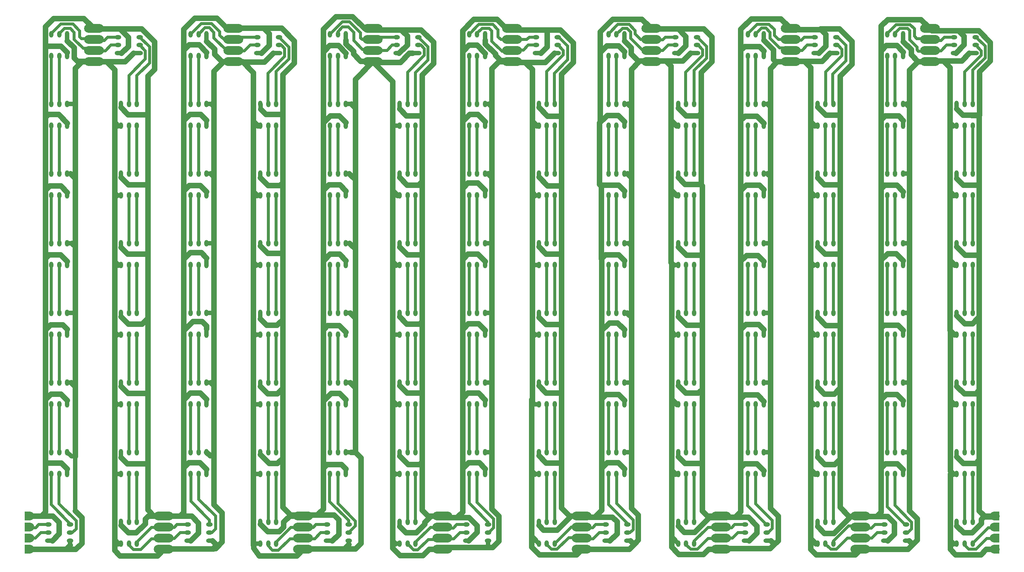
<source format=gtl>
G04 DipTrace 2.4.0.2*
%IN112xAPA102Cx8x14.gtl*%
%MOMM*%
%ADD13C,1.25*%
%ADD14C,1.0*%
%ADD15C,1.27*%
%ADD16C,0.711*%
%ADD19O,1.5X1.0*%
%ADD21O,1.0X1.5*%
%ADD22O,4.5X2.0*%
%ADD23C,2.0*%
%ADD24R,1.25X2.0*%
%FSLAX53Y53*%
G04*
G71*
G90*
G75*
G01*
%LNTop*%
%LPD*%
X11250Y21810D2*
D13*
X10625D1*
X15500Y16150D2*
D14*
X16391D1*
D15*
X17980Y17739D1*
Y20377D1*
X16524Y21832D1*
X13862D1*
X11272D1*
X11250Y21810D1*
X19850Y31500D2*
D14*
Y32651D1*
D15*
X18480Y34021D1*
X15251D1*
X14796Y33566D1*
Y22766D1*
X13862Y21832D1*
X19850Y47500D2*
D14*
Y48397D1*
D15*
X18371Y49876D1*
X16099D1*
X14796Y48574D1*
Y33566D1*
X19850Y63500D2*
D14*
Y64762D1*
D15*
X18797Y65815D1*
X16001D1*
X14796Y64610D1*
Y48574D1*
X19850Y79500D2*
D14*
Y80326D1*
D15*
X18286Y81891D1*
X15650D1*
X14796Y81037D1*
Y64610D1*
X19850Y95500D2*
D14*
Y96186D1*
D15*
X18360Y97676D1*
X15819D1*
X14796Y96653D1*
Y81037D1*
X19850Y111500D2*
D14*
Y112105D1*
D15*
X17837Y114118D1*
X15450D1*
X14796Y113464D1*
Y96653D1*
X19850Y127500D2*
D14*
Y128371D1*
D15*
X18397Y129825D1*
X14796D1*
Y113464D1*
Y129825D2*
Y134265D1*
X16689Y136158D1*
X23652D1*
X26000Y133810D1*
X31500Y128150D2*
D14*
X32293D1*
D15*
X33868Y129725D1*
Y131780D1*
X31894Y133755D1*
X26055D1*
X26000Y133810D1*
X32150Y116500D2*
D14*
Y115708D1*
D15*
X33793Y114065D1*
X38372D1*
Y122927D1*
X39886Y124441D1*
Y130764D1*
X36895Y133755D1*
X31894D1*
X32150Y100500D2*
D14*
Y99626D1*
D15*
X33867Y97909D1*
X38372D1*
Y114065D1*
X32150Y84500D2*
D14*
Y83552D1*
D15*
X33661Y82042D1*
X38372D1*
Y97909D1*
X32150Y68500D2*
D14*
Y67675D1*
D15*
X33875Y65950D1*
X36988D1*
X38372Y67335D1*
Y82042D1*
X32150Y52500D2*
D14*
Y51649D1*
D15*
X33749Y50050D1*
X38372D1*
Y67335D1*
X32150Y36500D2*
D14*
Y35326D1*
D15*
X33641Y33836D1*
X38372D1*
Y50050D1*
X32150Y20500D2*
D14*
Y19685D1*
D15*
X33848Y17987D1*
X35654D1*
X37726Y20059D1*
Y21175D1*
X38417Y21866D1*
X39746D1*
X41944D1*
X42000Y21810D1*
X38372Y33836D2*
Y23239D1*
X39746Y21866D1*
X47500Y16150D2*
D14*
X48144D1*
D15*
X49958Y17964D1*
Y20234D1*
X48386Y21806D1*
X45688D1*
X42004D1*
X42000Y21810D1*
X51850Y31500D2*
D14*
Y32571D1*
D15*
X50281Y34140D1*
X47789D1*
X46543Y32894D1*
Y22661D1*
X45688Y21806D1*
X51850Y47500D2*
D14*
Y48654D1*
D15*
X50394Y50110D1*
X48129D1*
X46543Y48524D1*
Y32894D1*
X51850Y63500D2*
D14*
Y64885D1*
D15*
Y65529D1*
X50811Y66568D1*
X48715D1*
X46543Y64397D1*
Y48524D1*
X51850Y79500D2*
D14*
Y81084D1*
D15*
X50590Y82343D1*
X48053D1*
X46543Y80834D1*
Y64397D1*
X51850Y95500D2*
D14*
Y96307D1*
D15*
X50370Y97788D1*
X47832D1*
X46543Y96498D1*
Y80834D1*
X51850Y111500D2*
D14*
Y112735D1*
D15*
X50428Y114156D1*
X48009D1*
X46543Y112690D1*
Y96498D1*
X51850Y127500D2*
D14*
Y128385D1*
D15*
X50105Y130131D1*
X47811D1*
X46543Y128863D1*
Y112690D1*
X58000Y133810D2*
X56561D1*
X54174Y136197D1*
X49069D1*
X46543Y133672D1*
Y128863D1*
X63500Y128150D2*
D14*
X64400D1*
D15*
X66233Y129983D1*
Y132646D1*
X64975Y133904D1*
X58094D1*
X58000Y133810D1*
X64975Y133904D2*
X69044D1*
X71990Y130958D1*
Y125926D1*
X69302Y123238D1*
Y114150D1*
X65419D1*
X64235Y115334D1*
D14*
Y116415D1*
X64150Y116500D1*
Y100500D2*
Y99538D1*
D15*
X65931Y97756D1*
X68653D1*
X69302Y98405D1*
Y114150D1*
X64150Y84500D2*
D14*
Y83902D1*
D15*
X65838Y82215D1*
X69302D1*
Y98405D1*
X64150Y68500D2*
D14*
Y67156D1*
D15*
X65612Y65694D1*
X68000D1*
X69302Y66995D1*
Y82215D1*
X64150Y52500D2*
D14*
Y51673D1*
D15*
X65873Y49950D1*
X68059D1*
X69302Y51192D1*
Y66995D1*
X64150Y36500D2*
D14*
Y35943D1*
D15*
X66168Y33925D1*
X68088D1*
X69302Y35139D1*
Y51192D1*
X64150Y20500D2*
D14*
Y20007D1*
D15*
X65880Y18277D1*
X68472D1*
X69528Y19333D1*
Y20485D1*
X71160Y22117D1*
X73693D1*
X74000Y21810D1*
X69302Y35139D2*
Y23862D1*
X71354Y21810D1*
X74000D1*
X79500Y16150D2*
D14*
X80699D1*
D15*
X82170Y17622D1*
Y21016D1*
X81122Y22064D1*
X77207D1*
X74254D1*
X74000Y21810D1*
X83850Y31500D2*
D14*
Y32647D1*
D15*
X82786Y33711D1*
X79491D1*
X78612Y32832D1*
Y23469D1*
X77207Y22064D1*
X83850Y47500D2*
D14*
Y48568D1*
D15*
X82411Y50007D1*
X80388D1*
X78612Y48231D1*
Y32832D1*
X83850Y63500D2*
D14*
Y64099D1*
D15*
X82306Y65643D1*
X79623D1*
X78612Y64632D1*
Y48231D1*
X83850Y79500D2*
D14*
Y80523D1*
D15*
X82367Y82006D1*
X80166D1*
X78612Y80452D1*
Y64632D1*
X83850Y95500D2*
D14*
Y96532D1*
D15*
X82456Y97926D1*
X79891D1*
X78612Y96647D1*
Y80452D1*
X83850Y127500D2*
D14*
Y128194D1*
D15*
X82093Y129951D1*
X80113D1*
X78612Y128450D1*
Y112133D1*
Y96647D1*
X83850Y111500D2*
D14*
Y112257D1*
D15*
X82291Y113816D1*
X80295D1*
X78612Y112133D1*
X90000Y133810D2*
X88133D1*
X85360Y136583D1*
X81499D1*
X78612Y133696D1*
Y128450D1*
X95500Y128150D2*
D14*
X96031D1*
D15*
X97931Y130050D1*
Y132129D1*
X96545Y133515D1*
X90295D1*
X90000Y133810D1*
X96150Y116500D2*
D14*
Y115399D1*
D15*
X97733Y113816D1*
X101351D1*
Y123211D1*
X103935Y125796D1*
Y130678D1*
X101099Y133515D1*
X96545D1*
X96150Y100500D2*
D14*
Y99619D1*
D15*
X97898Y97872D1*
X100513D1*
X101351Y98709D1*
Y113816D1*
X96150Y84500D2*
D14*
Y83647D1*
D15*
X97925Y81872D1*
X101351D1*
Y98709D1*
X96150Y68500D2*
D14*
Y67631D1*
D15*
X97824Y65957D1*
X100763D1*
X101351Y66546D1*
Y81872D1*
X96150Y52500D2*
D14*
Y51775D1*
D15*
X97838Y50087D1*
X101351D1*
Y66546D1*
X96150Y36500D2*
D14*
Y35661D1*
D15*
X98089Y33722D1*
X100760D1*
X101351Y34313D1*
Y50087D1*
Y34313D2*
Y23177D1*
X102718Y21810D1*
X106000D1*
X96150Y20500D2*
D14*
Y19454D1*
D15*
X97580Y18024D1*
X100007D1*
X101939Y19956D1*
Y20405D1*
X103377Y21843D1*
X105967D1*
X106000Y21810D1*
X111500Y16150D2*
D14*
X111986D1*
D15*
X113965Y18129D1*
Y19612D1*
X112098Y21479D1*
X109296D1*
X106331D1*
X106000Y21810D1*
X115850Y31500D2*
D14*
Y32693D1*
D15*
X114438Y34105D1*
X111993D1*
X110618Y32730D1*
Y22800D1*
X109296Y21479D1*
X115850Y47500D2*
D14*
Y48536D1*
D15*
X114268Y50117D1*
X111851D1*
X110618Y48884D1*
Y32730D1*
X115850Y63500D2*
D14*
Y64469D1*
D15*
X114268Y66050D1*
X111961D1*
X110618Y64707D1*
Y48884D1*
X115850Y79500D2*
D14*
Y80326D1*
D15*
X114112Y82064D1*
X111880D1*
X110618Y80802D1*
Y64707D1*
X115850Y95500D2*
D14*
Y96649D1*
D15*
X114112Y98386D1*
X111880D1*
X110618Y97125D1*
Y80802D1*
X115850Y111500D2*
D14*
Y112413D1*
D15*
X114112Y114151D1*
X112298D1*
X110618Y112471D1*
Y97125D1*
X115850Y127500D2*
D14*
Y128073D1*
D15*
X113921Y130002D1*
X112100D1*
X110618Y128520D1*
Y112471D1*
X122000Y133810D2*
X120638D1*
X118501Y135947D1*
X113209D1*
X110618Y133355D1*
Y128520D1*
X127500Y128150D2*
D14*
X128565D1*
D15*
X130012Y129597D1*
Y133544D1*
X122266D1*
X122000Y133810D1*
X128150Y116500D2*
D14*
Y115704D1*
D15*
X130152Y113702D1*
X133347D1*
Y123349D1*
X136051Y126054D1*
Y130549D1*
X133056Y133544D1*
X130012D1*
X128150Y100500D2*
D14*
Y99693D1*
D15*
X130146Y97696D1*
X133347D1*
Y113702D1*
X128150Y84500D2*
D14*
Y83685D1*
D15*
X129774Y82060D1*
X133347D1*
Y80348D1*
Y97696D1*
X128150Y68500D2*
D14*
Y67477D1*
D15*
X129774Y65852D1*
X133347D1*
Y64732D1*
Y80348D1*
X128150Y52500D2*
D14*
Y51830D1*
D15*
X129827Y50153D1*
X133347D1*
Y64732D1*
X128150Y36500D2*
D14*
Y35707D1*
D15*
X129827Y34031D1*
X133347D1*
Y50153D1*
Y34031D2*
Y23711D1*
X135248Y21810D1*
X138000D1*
X128150Y20500D2*
D14*
Y19687D1*
D15*
X129235Y18602D1*
X132325D1*
X135534Y21811D1*
X137999D1*
X138000Y21810D1*
X143500Y16150D2*
D14*
X144476D1*
D15*
X146093Y17767D1*
Y20561D1*
X145061Y21592D1*
X140995D1*
X138218D1*
X138000Y21810D1*
X147850Y31500D2*
D14*
Y32635D1*
D15*
X146375Y34110D1*
X143876D1*
X142573Y32806D1*
Y23170D1*
X140995Y21592D1*
X147850Y47500D2*
D14*
Y48406D1*
D15*
X146467Y49789D1*
X143601D1*
X142573Y48761D1*
Y32806D1*
X147850Y63500D2*
D14*
Y64643D1*
D15*
X146254Y66239D1*
X144344D1*
X142573Y64467D1*
Y48761D1*
X147850Y79500D2*
D14*
Y80522D1*
D15*
X146488Y81884D1*
X143439D1*
X142573Y81019D1*
Y64467D1*
X147850Y95500D2*
D14*
Y96510D1*
D15*
X146488Y97872D1*
X142515D1*
Y97726D1*
Y80961D1*
X147850Y111500D2*
D14*
Y112392D1*
D15*
X146361Y113881D1*
X143847D1*
X142102Y112136D1*
Y98069D1*
X142445Y97726D1*
X147850Y127500D2*
D14*
Y128491D1*
D15*
X146500Y129841D1*
X143778D1*
X142242Y128305D1*
Y112457D1*
X142102Y112136D1*
X142242Y128305D2*
Y133104D1*
X145123Y135985D1*
X151825D1*
X154000Y133810D1*
X159500Y128150D2*
D14*
X160213D1*
D15*
X161920Y129857D1*
Y132009D1*
X160208Y133721D1*
X154089D1*
X154000Y133810D1*
X160150Y116500D2*
D14*
Y115588D1*
D15*
X161964Y113774D1*
X164840D1*
X165447Y114382D1*
Y123790D1*
X167873Y126215D1*
Y131916D1*
X166059Y133731D1*
X160457D1*
X160208Y133721D1*
X160150Y100500D2*
D14*
Y99608D1*
D15*
X161752Y98006D1*
X165447D1*
Y114382D1*
X160150Y84500D2*
D14*
Y83680D1*
D15*
X162032Y81798D1*
X165662D1*
Y97663D1*
X165447Y98006D1*
X160150Y68500D2*
D14*
Y67675D1*
D15*
X162122Y65703D1*
X165662D1*
Y81798D1*
X160150Y52500D2*
D14*
Y51812D1*
D15*
X161876Y50085D1*
X164795D1*
X165662Y50953D1*
Y65703D1*
X160150Y36500D2*
D14*
Y35496D1*
D15*
X161694Y33952D1*
X165662D1*
Y50953D1*
Y33952D2*
Y23006D1*
X166858Y21810D1*
X170000D1*
X160150Y20500D2*
D14*
Y19537D1*
D15*
X161565Y18122D1*
X163889D1*
X167263Y21496D1*
X169686D1*
X170000Y21810D1*
X175500Y16150D2*
D14*
X176474D1*
D15*
X178235Y17911D1*
Y19560D1*
X176257Y21539D1*
X173201D1*
X170271D1*
X170000Y21810D1*
X179850Y31500D2*
D14*
Y32210D1*
D15*
X178235Y33825D1*
X175432D1*
X174516Y32909D1*
Y22854D1*
X173201Y21539D1*
X179850Y47500D2*
D14*
Y48206D1*
D15*
X178400Y49655D1*
X175403D1*
X174516Y48769D1*
Y32909D1*
X179850Y63500D2*
D14*
Y64652D1*
D15*
X178617Y65885D1*
X175720D1*
X174516Y64681D1*
Y48769D1*
X179850Y79500D2*
D14*
Y80380D1*
D15*
X178514Y81716D1*
X175833D1*
X174516Y80400D1*
Y64681D1*
X179850Y95500D2*
D14*
Y96851D1*
D15*
X178821Y97880D1*
X175761D1*
X174516Y96636D1*
Y80400D1*
X179850Y111500D2*
D14*
Y112060D1*
D15*
X178191Y113720D1*
X175491D1*
X174516Y112745D1*
Y96636D1*
X179850Y127500D2*
D14*
Y128662D1*
D15*
X178776Y129736D1*
X175428D1*
X174516Y128825D1*
Y112745D1*
Y128825D2*
Y133675D1*
X176931Y136090D1*
X183720D1*
X186000Y133810D1*
X191500Y128150D2*
D14*
X192424D1*
D15*
X194079Y129805D1*
Y132469D1*
X192917Y133630D1*
X186180D1*
X186000Y133810D1*
X192150Y116500D2*
D14*
Y115816D1*
D15*
X194011Y113955D1*
X197339D1*
Y112918D1*
Y122915D1*
X200040Y125617D1*
Y130916D1*
X197168Y133789D1*
X192849D1*
X192917Y133630D1*
X192150Y100500D2*
D14*
Y99553D1*
D15*
X193744Y97959D1*
X197339D1*
Y112918D1*
X192150Y84500D2*
D14*
Y83726D1*
D15*
X193848Y82027D1*
X197339D1*
Y97959D1*
X192150Y68500D2*
D14*
Y67543D1*
D15*
X194084Y65608D1*
X197339D1*
Y82027D1*
X192150Y52500D2*
D14*
Y51478D1*
D15*
X193730Y49898D1*
X195974D1*
X197339Y51263D1*
Y65608D1*
X192150Y36500D2*
D14*
Y35398D1*
D15*
X193835Y33712D1*
X196100D1*
X197339Y34951D1*
Y51263D1*
Y34951D2*
Y23849D1*
X199411Y21777D1*
X201967D1*
X202000Y21810D1*
X192150Y20500D2*
D14*
Y19456D1*
D15*
X193748Y17857D1*
X195938D1*
X199635Y21554D1*
X199411Y21777D1*
X207500Y16150D2*
D14*
X208318D1*
D15*
X209811Y17643D1*
Y20192D1*
X208271Y21732D1*
X205702D1*
X202078D1*
X202000Y21810D1*
X211850Y31500D2*
D14*
Y32467D1*
D15*
X210467Y33850D1*
X207761D1*
X206776Y32865D1*
Y22805D1*
X205702Y21732D1*
X211850Y47500D2*
D14*
Y48332D1*
D15*
X210434Y49749D1*
X207968D1*
X206776Y48557D1*
Y32865D1*
X211850Y63500D2*
D14*
Y64518D1*
D15*
X210638Y65730D1*
X207400D1*
X206776Y65107D1*
Y48557D1*
X211850Y79500D2*
D14*
Y80466D1*
D15*
X210202Y82114D1*
X208237D1*
X206776Y80654D1*
Y65107D1*
X211850Y95500D2*
D14*
Y96336D1*
D15*
X210360Y97826D1*
X207596D1*
X206776Y97006D1*
Y80654D1*
X211850Y111500D2*
D14*
Y112714D1*
D15*
X210820Y113743D1*
X207697D1*
X206776Y112823D1*
Y97006D1*
X211850Y127500D2*
D14*
Y128463D1*
D15*
X210401Y129912D1*
X207972D1*
X206776Y128716D1*
Y112823D1*
Y128716D2*
Y134413D1*
X208260Y135896D1*
X215914D1*
X218000Y133810D1*
X223500Y128150D2*
D14*
X223901D1*
D15*
X225842Y130091D1*
Y132054D1*
X224547Y133349D1*
X218461D1*
X218000Y133810D1*
X224150Y116500D2*
D14*
Y115371D1*
D15*
X225530Y113990D1*
X229399D1*
Y123972D1*
X231850Y126423D1*
Y130672D1*
X229173Y133349D1*
X224547D1*
X224150Y100500D2*
D14*
Y99379D1*
D15*
X225650Y97880D1*
X229315D1*
Y113848D1*
X225530Y113990D1*
X224150Y84500D2*
D14*
Y83727D1*
D15*
X226061Y81816D1*
X229315D1*
Y97880D1*
X224150Y68500D2*
D14*
Y67857D1*
D15*
X225968Y66039D1*
X227720D1*
X229315Y67634D1*
Y81816D1*
X224150Y52500D2*
D14*
Y51652D1*
D15*
X225858Y49943D1*
X228486D1*
X229315Y50772D1*
Y67634D1*
X224150Y36500D2*
D14*
Y35427D1*
D15*
X225659Y33918D1*
X228471D1*
X229315Y34761D1*
Y50772D1*
Y34761D2*
Y23059D1*
X230563Y21810D1*
X232750D1*
X233375D2*
D13*
X232750D1*
X224150Y20500D2*
D14*
Y19577D1*
D15*
X225692Y18036D1*
X227694D1*
X229770Y20112D1*
Y21113D1*
X230289Y21632D1*
X232236D1*
X232750Y21810D1*
X20500Y19850D2*
D16*
Y20085D1*
X16161Y24424D1*
Y31489D1*
X16150Y31500D1*
X20500Y18000D2*
X21016D1*
X21891Y18876D1*
Y20695D1*
X17980Y24606D1*
Y31480D1*
X18000Y31500D1*
X138000Y19270D2*
X135620D1*
X131850Y15500D1*
X143500Y19850D2*
X141256D1*
X140548Y19142D1*
X138128D1*
X138000Y19270D1*
X130000Y15500D2*
Y15282D1*
X131088Y14194D1*
X132373D1*
X134999Y16820D1*
X137910D1*
X138000Y16730D1*
X143500Y18000D2*
X142028D1*
X140634Y16606D1*
X138124D1*
X138000Y16730D1*
X16150Y36500D2*
Y47500D1*
X18000D2*
Y36500D1*
X16150Y52500D2*
Y63500D1*
X18000D2*
Y52500D1*
X16150Y79500D2*
Y68500D1*
X18000D2*
Y79500D1*
X16150Y84500D2*
Y95500D1*
X18000Y84500D2*
Y95500D1*
X16150Y100500D2*
Y111500D1*
X18000Y100500D2*
Y111500D1*
X16150Y116500D2*
Y127500D1*
X18000Y116500D2*
Y127500D1*
X35850Y116500D2*
Y123005D1*
X38737Y125892D1*
Y129613D1*
X36500Y131850D1*
X34000Y116500D2*
Y122991D1*
X37791Y126782D1*
Y128709D1*
X36500Y130000D1*
X99850Y15500D2*
Y15800D1*
X103287Y19237D1*
X105967D1*
X106000Y19270D1*
X111500Y19850D2*
X109317D1*
X108529Y19063D1*
X106207D1*
X106000Y19270D1*
X98000Y15500D2*
Y15447D1*
X99422Y14024D1*
X100321D1*
X102748Y16451D1*
X105721D1*
X106000Y16730D1*
X111500Y18000D2*
X110047D1*
X108639Y16592D1*
X106138D1*
X106000Y16730D1*
X35850Y100500D2*
Y111500D1*
X34000D2*
Y100500D1*
X35850Y95500D2*
Y84500D1*
X34000D2*
Y95500D1*
X35850Y68500D2*
Y79500D1*
X34000D2*
Y68500D1*
X35850Y52500D2*
Y63500D1*
X34000D2*
Y52500D1*
X35850Y36500D2*
Y47500D1*
X34000D2*
Y36500D1*
X35850Y31500D2*
Y20500D1*
X34000D2*
Y31500D1*
X52500Y19850D2*
Y20935D1*
X48242Y25192D1*
Y31408D1*
X48150Y31500D1*
X52500Y18000D2*
X53056D1*
X53905Y18850D1*
Y21794D1*
X50054Y25645D1*
Y31446D1*
X50000Y31500D1*
X148500Y19850D2*
Y20158D1*
X144216Y24442D1*
Y31434D1*
X144150Y31500D1*
X48150Y47500D2*
Y36500D1*
X50000D2*
Y47500D1*
X48150Y63500D2*
Y52500D1*
X50000D2*
Y63500D1*
X48150Y68500D2*
Y79500D1*
X50000Y68500D2*
Y79500D1*
X48150Y84500D2*
Y95500D1*
X50000Y84500D2*
Y95500D1*
X48150Y100500D2*
Y111500D1*
X50000Y100500D2*
Y111500D1*
X48150Y116500D2*
Y127500D1*
X50000Y116500D2*
Y127500D1*
X67850Y116500D2*
Y123906D1*
X70783Y126839D1*
Y129567D1*
X68500Y131850D1*
Y130000D2*
X69027D1*
X69800Y129227D1*
Y127410D1*
X65937Y123546D1*
Y116563D1*
X66000Y116500D1*
X148500Y18000D2*
X149100D1*
X149820Y18720D1*
Y20908D1*
X146013Y24715D1*
Y31487D1*
X146000Y31500D1*
X144150Y36500D2*
Y47500D1*
X67850Y100500D2*
Y111500D1*
X66000D2*
Y100500D1*
X67850Y95500D2*
Y84500D1*
X66000D2*
Y95500D1*
X67850Y68500D2*
Y79500D1*
X66000D2*
Y68500D1*
X67850Y52500D2*
Y63500D1*
X66000D2*
Y52500D1*
X67850Y47500D2*
Y36500D1*
X66000D2*
Y47500D1*
X67850Y20500D2*
Y31500D1*
X66000D2*
Y20500D1*
X84500Y19850D2*
Y20786D1*
X80114Y25171D1*
Y31464D1*
X80150Y31500D1*
X82000D2*
Y24693D1*
X86025Y20668D1*
Y19525D1*
X84500Y18000D1*
X146000Y36500D2*
Y47500D1*
X144150Y63500D2*
Y52500D1*
X80150Y47500D2*
Y36500D1*
X82000D2*
Y47500D1*
X80150Y52500D2*
Y63500D1*
X82000D2*
Y52500D1*
X80150Y79500D2*
Y68500D1*
X82000D2*
Y79500D1*
X80150Y84500D2*
Y95500D1*
X82000D2*
Y84500D1*
X80150Y111500D2*
Y100500D1*
X82000D2*
Y111500D1*
X80150Y116500D2*
Y127500D1*
X82000Y116500D2*
Y127500D1*
X99850Y116500D2*
Y123654D1*
X102727Y126531D1*
Y129623D1*
X100500Y131850D1*
Y130000D2*
X101050D1*
X101851Y129198D1*
Y127635D1*
X98030Y123814D1*
Y116530D1*
X98000Y116500D1*
X146000Y52500D2*
Y63500D1*
X144150Y79500D2*
Y68500D1*
X99850Y111500D2*
Y100500D1*
X98000D2*
Y111500D1*
X99850Y95500D2*
Y84500D1*
X98000D2*
Y95500D1*
X99850Y68500D2*
Y79500D1*
X98000Y68500D2*
Y79500D1*
X99850Y52500D2*
Y63500D1*
X98000Y52500D2*
Y63500D1*
X99850Y36500D2*
Y47500D1*
X98000Y36500D2*
Y47500D1*
X99850Y20500D2*
Y31500D1*
X98000Y20500D2*
Y31500D1*
X116500Y19850D2*
Y20431D1*
X112146Y24785D1*
Y31496D1*
X112150Y31500D1*
X116500Y18000D2*
X116667D1*
X117783Y19116D1*
Y21134D1*
X113979Y24938D1*
Y31479D1*
X114000Y31500D1*
X146000Y68500D2*
Y79500D1*
X144150Y84500D2*
Y95500D1*
X112150Y47500D2*
Y36500D1*
X114000D2*
Y47500D1*
X112150Y52500D2*
Y63500D1*
X114000Y52500D2*
Y63500D1*
X112150Y68500D2*
Y79500D1*
X114000Y68500D2*
Y79500D1*
X112150Y84500D2*
Y95500D1*
X114000Y84500D2*
Y95500D1*
X112150Y100500D2*
Y111500D1*
X114000Y100500D2*
Y111500D1*
X112150Y116500D2*
Y127500D1*
X114000D2*
Y116500D1*
X132500Y131850D2*
X132750D1*
X134801Y129799D1*
Y126649D1*
X131702Y123550D1*
Y116648D1*
X131850Y116500D1*
X132500Y130000D2*
X132601D1*
X133802Y128799D1*
Y127749D1*
X129952Y123900D1*
Y116548D1*
X130000Y116500D1*
X122000Y131270D2*
X119433D1*
X118779Y131924D1*
Y133544D1*
X117566Y134756D1*
X114406D1*
X112150Y132500D1*
X127500Y131850D2*
X125978D1*
X125396Y131268D1*
X122002D1*
X122000Y131270D1*
X114000Y132500D2*
Y132712D1*
X115143Y133854D1*
X116748D1*
X117362Y133240D1*
Y130912D1*
X119690Y128585D1*
X121855D1*
X122000Y128730D1*
X127500Y130000D2*
X125745D1*
X124633Y128887D1*
X122157D1*
X122000Y128730D1*
X131850Y100500D2*
Y111500D1*
X130000D2*
Y100500D1*
X131850Y84500D2*
Y95500D1*
X130000D2*
Y84500D1*
X131850Y68500D2*
Y79500D1*
X130000Y68500D2*
Y79500D1*
X131850Y52500D2*
Y63500D1*
X130000D2*
Y52500D1*
X131850Y36500D2*
Y47500D1*
X130000D2*
Y36500D1*
X131850Y20500D2*
Y31500D1*
X130000D2*
Y20500D1*
X18000Y132500D2*
Y132634D1*
X19201Y133835D1*
X20531D1*
X21458Y132908D1*
Y131337D1*
X23513Y129282D1*
X25448D1*
X26000Y128730D1*
X31500Y130000D2*
X29912D1*
X28590Y128678D1*
X26052D1*
X26000Y128730D1*
X16150Y132500D2*
Y132637D1*
X18355Y134843D1*
X21136D1*
X22707Y133271D1*
Y131861D1*
X23070Y131498D1*
X25772D1*
X26000Y131270D1*
X31500Y131850D2*
X29143D1*
X28388Y131095D1*
X26175D1*
X26000Y131270D1*
X58000D2*
X55846D1*
X54840Y132276D1*
Y133090D1*
X52990Y134939D1*
X50590D1*
X48150Y132500D1*
X63500Y131850D2*
X58580D1*
X58000Y131270D1*
Y128730D2*
X56462D1*
X53508Y131684D1*
Y132942D1*
X52472Y133978D1*
X51478D1*
X50000Y132500D1*
X63500Y130000D2*
X61885D1*
X60536Y128651D1*
X58079D1*
X58000Y128730D1*
X82000Y132500D2*
Y133125D1*
X83083Y134208D1*
X84370D1*
X85657Y132921D1*
Y131040D1*
X87636Y129060D1*
X89670D1*
X90000Y128730D1*
X95500Y130000D2*
X94515D1*
X93279Y128763D1*
X90033D1*
X90000Y128730D1*
Y131270D2*
X87604D1*
X87240Y131634D1*
Y132822D1*
X84667Y135396D1*
X83046D1*
X80150Y132500D1*
X95500Y131850D2*
X90580D1*
X90000Y131270D1*
X35850Y15500D2*
Y15846D1*
X39214Y19209D1*
X41939D1*
X42000Y19270D1*
X47500Y19850D2*
X45077D1*
X44457Y19230D1*
X42040D1*
X42000Y19270D1*
X34000Y15500D2*
Y15179D1*
X35017Y14162D1*
X36770D1*
X39214Y16606D1*
X41876D1*
X42000Y16730D1*
X47500Y18000D2*
X45803D1*
X44457Y16654D1*
X42076D1*
X42000Y16730D1*
X67850Y15500D2*
Y15830D1*
X71239Y19219D1*
X73949D1*
X74000Y19270D1*
X79500Y19850D2*
X76961D1*
X76331Y19219D1*
X74051D1*
X74000Y19270D1*
X66000Y15500D2*
Y14975D1*
X66997Y13978D1*
X68344D1*
X70990Y16624D1*
X73894D1*
X74000Y16730D1*
X79500Y18000D2*
X78056D1*
X76680Y16624D1*
X74106D1*
X74000Y16730D1*
X146000Y84500D2*
Y95500D1*
X144150Y100500D2*
Y111500D1*
X146000D2*
Y100500D1*
X144150Y116500D2*
Y127500D1*
X146000Y116500D2*
Y127500D1*
X164500Y131850D2*
X164553D1*
X166681Y129721D1*
Y126997D1*
X163860Y124176D1*
Y116510D1*
X163850Y116500D1*
X164500Y130000D2*
X164771D1*
X165807Y128964D1*
Y127649D1*
X161913Y123755D1*
Y116587D1*
X162000Y116500D1*
X226000Y15500D2*
Y15128D1*
X226925Y14203D1*
X228601D1*
X231089Y16692D1*
X232712D1*
X232750Y16730D1*
X233375D1*
X227850Y15500D2*
Y15586D1*
X231394Y19130D1*
X232610D1*
X232750Y19270D1*
X233375D1*
X163850Y100500D2*
Y111500D1*
X162000D2*
Y100500D1*
X163850Y84500D2*
Y95500D1*
X162000Y84500D2*
Y95500D1*
X163850Y68500D2*
Y79500D1*
X162000D2*
Y68500D1*
X163850Y52500D2*
Y63500D1*
X162000D2*
Y52500D1*
X163850Y36500D2*
Y47500D1*
X162000D2*
Y36500D1*
X163850Y31500D2*
Y20500D1*
X162000D2*
Y31500D1*
X180500Y19850D2*
X180419D1*
X176092Y24178D1*
Y31442D1*
X176150Y31500D1*
X180500Y18000D2*
X180880D1*
X181796Y18916D1*
Y20782D1*
X177988Y24590D1*
Y31488D1*
X178000Y31500D1*
X176150Y36500D2*
Y47500D1*
X178000D2*
Y36500D1*
X176150Y52500D2*
Y63500D1*
X178000D2*
Y52500D1*
X176150Y79500D2*
Y68500D1*
X178000D2*
Y79500D1*
X176150Y84500D2*
Y95500D1*
X178000D2*
Y84500D1*
X176150Y100500D2*
Y111500D1*
X178000D2*
Y100500D1*
X176150Y116500D2*
Y127500D1*
X178000D2*
Y116500D1*
X196500Y131850D2*
X196884D1*
X198745Y129989D1*
Y126409D1*
X195650Y123315D1*
Y116700D1*
X195850Y116500D1*
X196500Y130000D2*
X196821D1*
X197798Y129023D1*
Y127580D1*
X194079Y123861D1*
Y116579D1*
X194000Y116500D1*
X195850Y100500D2*
Y111500D1*
X194000Y100500D2*
Y111500D1*
X195850Y84500D2*
Y95500D1*
X194000D2*
Y84500D1*
X195850Y79500D2*
Y68500D1*
X194000D2*
Y79500D1*
X195850Y52500D2*
Y63500D1*
X194000D2*
Y52500D1*
X195850Y47500D2*
Y36500D1*
X194000D2*
Y47500D1*
X195850Y31500D2*
Y20500D1*
X194000D2*
Y31500D1*
X212500Y19850D2*
X212262D1*
X208154Y23957D1*
Y31496D1*
X208150Y31500D1*
X212500Y18000D2*
X212926D1*
X213795Y18870D1*
Y20433D1*
X209975Y24253D1*
Y31475D1*
X210000Y31500D1*
X208150Y36500D2*
Y47500D1*
X210000D2*
Y36500D1*
X208150Y63500D2*
Y52500D1*
X210000D2*
Y63500D1*
X208150Y68500D2*
Y79500D1*
X210000D2*
Y68500D1*
X208150Y95500D2*
Y84500D1*
X210000D2*
Y95500D1*
X208150Y100500D2*
Y111500D1*
X210000D2*
Y100500D1*
X208150Y116500D2*
Y127500D1*
X210000D2*
Y116500D1*
X228500Y131850D2*
X228591D1*
X230672Y129769D1*
Y127100D1*
X227846Y124274D1*
Y116504D1*
X227850Y116500D1*
X228500Y130000D2*
X229809Y128691D1*
Y127650D1*
X226001Y123842D1*
Y116501D1*
X226000Y116500D1*
X227850Y100500D2*
Y111500D1*
X226000D2*
Y100500D1*
X227850Y84500D2*
Y95500D1*
X226000D2*
Y84500D1*
X227850Y68500D2*
Y79500D1*
X226000D2*
Y68500D1*
X227850Y63500D2*
Y52500D1*
X226000D2*
Y63500D1*
X227850Y36500D2*
Y47500D1*
X226000Y36500D2*
Y47500D1*
X227850Y20500D2*
Y31500D1*
X226000D2*
Y20500D1*
X11250Y16730D2*
X10625D1*
X15500Y18000D2*
X13830D1*
X12568Y16738D1*
X11258D1*
X11250Y16730D1*
Y19270D2*
X10625D1*
X15500Y19850D2*
X13315D1*
X12613Y19149D1*
X11371D1*
X11250Y19270D1*
X154000Y128730D2*
X152092D1*
X149278Y131544D1*
Y133011D1*
X148422Y133867D1*
X147367D1*
X146000Y132500D1*
X159500Y130000D2*
X157877D1*
X156652Y128774D1*
X154044D1*
X154000Y128730D1*
X144150Y132500D2*
Y132609D1*
X146304Y134763D1*
X148911D1*
X150296Y133378D1*
Y132563D1*
X151559Y131300D1*
X153970D1*
X154000Y131270D1*
X159500Y131850D2*
X157242D1*
X156652Y131259D1*
X154011D1*
X176150Y132500D2*
Y132644D1*
X178298Y134792D1*
X181030D1*
X182260Y133562D1*
Y132264D1*
X183216Y131308D1*
X185962D1*
X186000Y131270D1*
X191500Y131850D2*
X189156D1*
X188477Y131171D1*
X186099D1*
X186000Y131270D1*
X178000Y132500D2*
Y132581D1*
X179322Y133904D1*
X180347D1*
X181303Y132947D1*
Y131581D1*
X183490Y129395D1*
X185335D1*
X186000Y128730D1*
X191500Y130000D2*
X189834D1*
X188613Y128780D1*
X186050D1*
X186000Y128730D1*
X210000Y132500D2*
Y132778D1*
X211032Y133809D1*
X212870D1*
X213333Y133346D1*
Y131222D1*
X215009Y129547D1*
Y128906D1*
X215344Y128571D1*
X217841D1*
X218000Y128730D1*
X223500Y130000D2*
X221825D1*
X220537Y128712D1*
X218018D1*
X218000Y128730D1*
X208150Y132500D2*
Y132687D1*
X210185Y134722D1*
X213465D1*
X214451Y133737D1*
Y132029D1*
X214977Y131503D1*
X217767D1*
X218000Y131270D1*
X223500Y131850D2*
X221336D1*
X220579Y131093D1*
X218177D1*
X218000Y131270D1*
X163850Y15500D2*
Y16058D1*
X167038Y19246D1*
X169976D1*
X170000Y19270D1*
X175500Y19850D2*
X173166D1*
X172464Y19148D1*
X170122D1*
X170000Y19270D1*
X162000Y15500D2*
Y15265D1*
X163064Y14201D1*
X164548D1*
X167022Y16674D1*
X169944D1*
X170000Y16730D1*
X175500Y18000D2*
X173872D1*
X172629Y16757D1*
X170027D1*
X170000Y16730D1*
X195850Y15500D2*
Y16039D1*
X199324Y19512D1*
X201758D1*
X202000Y19270D1*
X207500Y19850D2*
X205381D1*
X204554Y19023D1*
X202247D1*
X202000Y19270D1*
X194000Y15500D2*
Y15428D1*
X195215Y14213D1*
X196550D1*
X199062Y16725D1*
X201995D1*
X202000Y16730D1*
X207500Y18000D2*
X205920D1*
X204660Y16740D1*
X202010D1*
X11250Y14190D2*
D13*
X10625D1*
X20500Y16150D2*
D14*
Y15119D1*
D15*
X19572Y14191D1*
X11251D1*
X11250Y14190D1*
X19572Y14191D2*
X21755D1*
X23165Y15601D1*
Y21511D1*
X21649Y23027D1*
D14*
Y35521D1*
X20829D1*
X19850Y36500D1*
Y52500D2*
X20735D1*
D15*
X21649Y51587D1*
Y35521D1*
X19850Y68500D2*
D14*
X21649D1*
D15*
Y51587D1*
X19850Y84500D2*
D14*
X20947D1*
D15*
X21649Y83799D1*
Y68500D1*
X19850Y100500D2*
D14*
X20545D1*
D15*
X21649Y99396D1*
Y83799D1*
X19850Y116500D2*
D14*
X21649D1*
D15*
Y99396D1*
Y116500D2*
Y124680D1*
X23159Y126190D1*
X26000D1*
X19850Y132500D2*
D14*
Y130970D1*
D15*
X21418Y129403D1*
Y127106D1*
X22183Y126341D1*
X25849D1*
X26000Y126190D1*
X36500Y128150D2*
D14*
X35033D1*
D15*
X33103Y126220D1*
X28838D1*
X26030D1*
X26000Y126190D1*
X32150Y111500D2*
D14*
X31419D1*
D15*
X30699Y112219D1*
Y124359D1*
X28838Y126220D1*
X32150Y95500D2*
D14*
X31208D1*
D15*
X30699Y96009D1*
Y112219D1*
X32150Y79500D2*
D14*
X31463D1*
D15*
X30699Y80263D1*
Y96009D1*
X32150Y63500D2*
D14*
X31225D1*
D15*
X30699Y64026D1*
Y80263D1*
X32150Y47500D2*
D14*
X31167D1*
D15*
X30699Y47968D1*
Y64026D1*
X32150Y31500D2*
D14*
X30699D1*
D15*
Y47968D1*
X32150Y15500D2*
D14*
X31501D1*
D15*
X30699Y16302D1*
Y31500D1*
Y16302D2*
Y13945D1*
X31916Y12728D1*
X40538D1*
X42000Y14190D1*
X52500Y16150D2*
D14*
X53169D1*
D15*
X54149Y15170D1*
X53276Y14296D1*
X42106D1*
X42000Y14190D1*
X53276Y14296D2*
X53888Y14415D1*
X55378Y15905D1*
Y22622D1*
X53529Y24471D1*
Y35697D1*
X52653D1*
X51850Y36500D1*
Y52500D2*
D14*
X52863D1*
D15*
X53529Y51835D1*
Y35697D1*
X51850Y68500D2*
D14*
X53529D1*
D15*
Y51835D1*
X51850Y84500D2*
D14*
X53529D1*
D15*
Y68500D1*
X51850Y100500D2*
D14*
X52869D1*
D15*
X53529Y99841D1*
Y84500D1*
X51850Y116500D2*
D14*
X53033D1*
D15*
X53529Y116004D1*
Y99841D1*
Y116004D2*
Y124035D1*
X55684Y126190D1*
X58000D1*
X51850Y132500D2*
D14*
Y130901D1*
D15*
X53656Y129095D1*
Y127911D1*
X55358Y126210D1*
X57980D1*
X58000Y126190D1*
X64150Y111500D2*
D14*
X63557D1*
D15*
X62568Y112489D1*
Y123729D1*
X60107Y126190D1*
X58000D1*
X68500Y128150D2*
D14*
X67138D1*
D15*
X65123Y126136D1*
X58054D1*
X58000Y126190D1*
X64150Y95500D2*
D14*
X63372D1*
D15*
X62568Y96304D1*
Y112489D1*
X64150Y79500D2*
D14*
X63122D1*
D15*
X62568Y80054D1*
Y96304D1*
X64150Y63500D2*
D14*
X63022D1*
D15*
X62568Y63954D1*
Y80054D1*
X64150Y47500D2*
D14*
X62568D1*
D15*
Y63954D1*
X64150Y31500D2*
D14*
X62568D1*
D15*
Y47500D1*
X64150Y15500D2*
D14*
X62568D1*
D15*
Y31500D1*
Y15500D2*
X62610Y14504D1*
X63902Y12730D1*
X72540D1*
X74000Y14190D1*
X84500Y16150D2*
D14*
Y15309D1*
D15*
X83468Y14278D1*
X74088D1*
X74000Y14190D1*
X83850Y36500D2*
D14*
X84985D1*
D15*
X86040D1*
X87290Y35249D1*
Y15585D1*
X85984Y14278D1*
X83468D1*
X83850Y52500D2*
D14*
X84802D1*
D15*
X86040Y51262D1*
Y36500D1*
X83850Y68500D2*
D14*
X84849D1*
D15*
X86040Y67309D1*
Y51262D1*
X83850Y84500D2*
D14*
X84693D1*
D15*
X85993Y83199D1*
Y67625D1*
X86040Y67309D1*
X83850Y100500D2*
D14*
X84617D1*
D15*
X85993Y99124D1*
Y83199D1*
X83850Y116500D2*
D14*
X85052D1*
D15*
X85993Y115558D1*
Y99124D1*
Y115558D2*
Y122183D1*
X90000Y126190D1*
X83850Y132500D2*
D14*
Y131115D1*
D15*
Y130273D1*
X85558Y128565D1*
Y127972D1*
X87240Y126289D1*
X89901D1*
X90000Y126190D1*
X100500Y128150D2*
D14*
X99115D1*
D15*
X98406D1*
X96347Y126091D1*
X90099D1*
X90000Y126190D1*
X96150Y111500D2*
D14*
X94565D1*
D15*
Y121625D1*
X90000Y126190D1*
X96150Y95500D2*
D14*
X95674D1*
D15*
X94565Y96609D1*
Y111500D1*
X96150Y79500D2*
D14*
X95327D1*
D15*
X94565Y80261D1*
Y96609D1*
X96150Y63500D2*
D14*
X94565D1*
D15*
Y80261D1*
X96150Y47500D2*
D14*
X95332D1*
D15*
X94565Y48266D1*
Y63500D1*
X96150Y31500D2*
D14*
X95051D1*
D15*
X94565Y31985D1*
Y48266D1*
X96150Y15500D2*
D14*
X95161D1*
D15*
X94565Y16095D1*
Y31985D1*
X106000Y14190D2*
X102913D1*
X101490Y12766D1*
X96277D1*
X94565Y14478D1*
Y16095D1*
X116500Y16150D2*
D14*
Y14605D1*
D15*
X105585D1*
X106000Y14190D1*
X115850Y36500D2*
D14*
X117371D1*
D15*
Y23427D1*
X118956Y21842D1*
Y16049D1*
X117511Y14605D1*
X116500D1*
X115850Y52500D2*
D14*
X117371D1*
D15*
Y36500D1*
X115850Y68500D2*
D14*
X117371D1*
D15*
Y52500D1*
X115850Y84500D2*
D14*
X117371D1*
D15*
Y68500D1*
X115850Y100500D2*
D14*
X116518D1*
D15*
X117371Y99647D1*
Y84500D1*
X115850Y116500D2*
D14*
X116736D1*
D15*
X117371Y115865D1*
Y99647D1*
X122000Y126190D2*
X118935D1*
X117371Y124626D1*
Y115865D1*
X115850Y132500D2*
D14*
Y131115D1*
D15*
Y130299D1*
X118172Y127978D1*
Y127674D1*
X119386Y126460D1*
X121730D1*
X122000Y126190D1*
X132500Y128150D2*
D14*
X131708D1*
D15*
X129638Y126080D1*
X124991D1*
X122110D1*
X122000Y126190D1*
X128150Y111500D2*
D14*
X127680D1*
D15*
X126629Y112551D1*
Y124442D1*
X124991Y126080D1*
X128150Y95500D2*
D14*
X127284D1*
D15*
X126629Y96155D1*
Y112551D1*
X128150Y79500D2*
D14*
X126629D1*
D15*
Y96155D1*
X128150Y63500D2*
D14*
X127147D1*
D15*
X126629Y64018D1*
Y79500D1*
X128150Y47500D2*
D14*
X126629D1*
D15*
Y64018D1*
X128150Y31500D2*
D14*
X127205D1*
D15*
X126513Y32192D1*
Y48599D1*
X126742Y47919D1*
D14*
X126629Y47500D1*
X126513Y32192D2*
D15*
Y17137D1*
X127347Y16303D1*
D14*
X128150Y15500D1*
X126513Y17137D2*
D15*
Y14701D1*
X128232Y12982D1*
X136792D1*
X138000Y14190D1*
X148500Y16150D2*
D14*
X149171D1*
D15*
X150004Y15317D1*
X148930Y14242D1*
X138052D1*
X138000Y14190D1*
X147850Y36500D2*
D14*
X149399D1*
D15*
Y23647D1*
X150980Y22066D1*
Y16292D1*
X150004Y15317D1*
X149399Y36500D2*
Y52347D1*
X149247Y52500D1*
D14*
X147850D1*
Y68500D2*
X148434D1*
D15*
X149399Y67535D1*
Y52347D1*
X147850Y84500D2*
D14*
X148919D1*
D15*
X149399Y84020D1*
Y67535D1*
X147850Y100500D2*
D14*
X148494D1*
D15*
X149399Y99594D1*
Y84020D1*
X147850Y132500D2*
D14*
Y130976D1*
D15*
X149359Y129467D1*
Y128041D1*
X150989Y126411D1*
X153779D1*
X154000Y126190D1*
X164500Y128150D2*
D14*
X162952D1*
D15*
X161187Y126385D1*
X157337D1*
X154195D1*
X154000Y126190D1*
X160150Y111500D2*
D14*
X159724D1*
D15*
X158496Y112728D1*
Y125226D1*
X157337Y126385D1*
X160150Y95500D2*
D14*
X159759D1*
D15*
X158496Y96763D1*
Y112728D1*
X160150Y79500D2*
D14*
X159115D1*
D15*
X158496Y80119D1*
Y96763D1*
X160150Y63500D2*
D14*
X159290D1*
D15*
X158628Y64162D1*
Y79500D1*
D14*
X159115D1*
X160150Y47500D2*
X159819D1*
D15*
X158628Y48692D1*
Y64162D1*
X160150Y31500D2*
D14*
X159495D1*
D15*
X158628Y32367D1*
Y48692D1*
Y32367D2*
Y17022D1*
X159347Y16303D1*
D14*
X160150Y15500D1*
X170000Y14190D2*
D15*
X167093D1*
X165905Y13002D1*
X160306D1*
X158628Y14680D1*
Y17022D1*
X180500Y16150D2*
D14*
X181398D1*
D15*
X182234Y15314D1*
X181286Y14366D1*
X170176D1*
X170000Y14190D1*
X179850Y36500D2*
D14*
X181337D1*
D15*
Y23599D1*
X183094Y21841D1*
Y16174D1*
X182234Y15314D1*
X179850Y52500D2*
D14*
X181337D1*
D15*
Y36500D1*
X179850Y68500D2*
D14*
X181337D1*
D15*
Y52500D1*
X179850Y84500D2*
D14*
X181337D1*
D15*
Y68500D1*
X179850Y100500D2*
D14*
X180701D1*
D15*
X181337Y99864D1*
Y84500D1*
X179850Y116500D2*
D14*
X180736D1*
D15*
X181337Y115899D1*
Y99864D1*
X186000Y126190D2*
X182881D1*
X182734Y126043D1*
X181337Y124646D1*
Y115899D1*
X179850Y132500D2*
D14*
Y131122D1*
D15*
X182055Y128917D1*
Y126721D1*
X182734Y126043D1*
X196500Y128150D2*
D14*
X195020D1*
D15*
X193191Y126320D1*
X189170D1*
X186130D1*
X186000Y126190D1*
X192150Y111500D2*
D14*
X191547D1*
D15*
X190619Y112428D1*
Y124871D1*
X189170Y126320D1*
X192150Y95500D2*
D14*
X191335D1*
D15*
X190619Y96216D1*
Y112428D1*
X192150Y79500D2*
D14*
X191178D1*
D15*
X190619Y80059D1*
Y96216D1*
X192150Y63500D2*
D14*
X191350D1*
D15*
X190619Y64231D1*
Y80059D1*
X192150Y47500D2*
D14*
X191285D1*
D15*
X190619Y48166D1*
Y64231D1*
X192150Y31500D2*
D14*
X191605D1*
D15*
X190619Y32486D1*
Y48166D1*
X192150Y15500D2*
D14*
X191750D1*
D15*
X190619Y16631D1*
Y32486D1*
Y16631D2*
Y14227D1*
X191868Y12978D1*
X200788D1*
X202000Y14190D1*
X212500Y16150D2*
D14*
X213206D1*
D15*
X214036Y15320D1*
X212928Y14213D1*
X202023D1*
X202000Y14190D1*
X211850Y36500D2*
D14*
X213305D1*
D15*
Y22996D1*
X215024Y21277D1*
Y16309D1*
X214036Y15320D1*
X211850Y52500D2*
D14*
X213305D1*
D15*
Y36500D1*
X211850Y68500D2*
D14*
X213305D1*
D15*
Y52500D1*
X211850Y84500D2*
D14*
X213305D1*
D15*
Y68500D1*
X211850Y100500D2*
D14*
X213305D1*
D15*
Y84500D1*
X211850Y132500D2*
D14*
Y130809D1*
D15*
X213668Y128990D1*
Y127817D1*
X215260Y126226D1*
X217964D1*
X218000Y126190D1*
X211850Y116500D2*
D14*
X212587D1*
D15*
X213305Y115782D1*
Y100500D1*
X228500Y128150D2*
D14*
X226992D1*
D15*
X225257Y126415D1*
X221080D1*
X218225D1*
X218000Y126190D1*
X224150Y111500D2*
D14*
X223223D1*
D15*
X222604Y112119D1*
Y124891D1*
X221080Y126415D1*
X224150Y95500D2*
D14*
X223469D1*
D15*
X222604Y96365D1*
Y112119D1*
X224150Y79500D2*
D14*
X223706D1*
D15*
X222604Y80602D1*
Y96365D1*
X224150Y63500D2*
D14*
X223579D1*
D15*
X222604Y64476D1*
Y80602D1*
X224150Y47500D2*
D14*
X223484D1*
D15*
X222633Y48351D1*
Y64447D1*
X224150Y31500D2*
D14*
X223332D1*
D15*
X222633Y32199D1*
Y48351D1*
X224150Y15500D2*
D14*
X223342D1*
D15*
X222658Y16184D1*
Y31500D1*
D14*
X223332D1*
X233375Y14190D2*
D13*
X232750D1*
D15*
X230924D1*
X229718Y12984D1*
X223877D1*
X222658Y14203D1*
Y16184D1*
X147850Y116500D2*
D14*
X148671D1*
D15*
X149399Y115772D1*
Y99594D1*
Y115772D2*
Y124490D1*
X151155Y126245D1*
X150989Y126411D1*
X213305Y115782D2*
Y124271D1*
X215260Y126226D1*
D19*
X15500Y19850D3*
Y18000D3*
Y16150D3*
X20500D3*
Y18000D3*
Y19850D3*
D21*
X16150Y31500D3*
X18000D3*
X19850D3*
Y36500D3*
X18000D3*
X16150D3*
Y47500D3*
X18000D3*
X19850D3*
Y52500D3*
X18000D3*
X16150D3*
Y63500D3*
X18000D3*
X19850D3*
Y68500D3*
X18000D3*
X16150D3*
Y79500D3*
X18000D3*
X19850D3*
Y84500D3*
X18000D3*
X16150D3*
Y95500D3*
X18000D3*
X19850D3*
Y100500D3*
X18000D3*
X16150D3*
Y111500D3*
X18000D3*
X19850D3*
Y116500D3*
X18000D3*
X16150D3*
Y127500D3*
X18000D3*
X19850D3*
Y132500D3*
X18000D3*
X16150D3*
D19*
X31500Y131850D3*
Y130000D3*
Y128150D3*
X36500D3*
Y130000D3*
Y131850D3*
D22*
X26000Y128730D3*
D23*
X27250D3*
X24750D3*
D22*
X26000Y126190D3*
Y131270D3*
D23*
X27250D3*
X24750D3*
X27250Y126190D3*
X24750D3*
D22*
X26000Y133810D3*
D23*
X27250D3*
X24750D3*
D21*
X35850Y116500D3*
X34000D3*
X32150D3*
Y111500D3*
X34000D3*
X35850D3*
Y100500D3*
X34000D3*
X32150D3*
Y95500D3*
X34000D3*
X35850D3*
Y84500D3*
X34000D3*
X32150D3*
Y79500D3*
X34000D3*
X35850D3*
Y68500D3*
X34000D3*
X32150D3*
Y63500D3*
X34000D3*
X35850D3*
Y52500D3*
X34000D3*
X32150D3*
Y47500D3*
X34000D3*
X35850D3*
Y36500D3*
X34000D3*
X32150D3*
Y31500D3*
X34000D3*
X35850D3*
Y20500D3*
X34000D3*
X32150D3*
Y15500D3*
X34000D3*
X35850D3*
D19*
X47500Y19850D3*
Y18000D3*
Y16150D3*
X52500D3*
Y18000D3*
Y19850D3*
D22*
X42000Y16730D3*
D23*
X43250D3*
X40750D3*
D22*
X42000Y14190D3*
Y19270D3*
D23*
X43250D3*
X40750D3*
X43250Y14190D3*
X40750D3*
D22*
X42000Y21810D3*
D23*
X43250D3*
X40750D3*
D21*
X48150Y31500D3*
X50000D3*
X51850D3*
Y36500D3*
X50000D3*
X48150D3*
Y47500D3*
X50000D3*
X51850D3*
Y52500D3*
X50000D3*
X48150D3*
Y63500D3*
X50000D3*
X51850D3*
Y68500D3*
X50000D3*
X48150D3*
Y79500D3*
X50000D3*
X51850D3*
Y84500D3*
X50000D3*
X48150D3*
Y95500D3*
X50000D3*
X51850D3*
Y100500D3*
X50000D3*
X48150D3*
Y111500D3*
X50000D3*
X51850D3*
Y116500D3*
X50000D3*
X48150D3*
Y127500D3*
X50000D3*
X51850D3*
Y132500D3*
X50000D3*
X48150D3*
D19*
X63500Y131850D3*
Y130000D3*
Y128150D3*
X68500D3*
Y130000D3*
Y131850D3*
D22*
X58000Y128730D3*
D23*
X59250D3*
X56750D3*
D22*
X58000Y126190D3*
Y131270D3*
D23*
X59250D3*
X56750D3*
X59250Y126190D3*
X56750D3*
D22*
X58000Y133810D3*
D23*
X59250D3*
X56750D3*
D21*
X67850Y116500D3*
X66000D3*
X64150D3*
Y111500D3*
X66000D3*
X67850D3*
Y100500D3*
X66000D3*
X64150D3*
Y95500D3*
X66000D3*
X67850D3*
Y84500D3*
X66000D3*
X64150D3*
Y79500D3*
X66000D3*
X67850D3*
Y68500D3*
X66000D3*
X64150D3*
Y63500D3*
X66000D3*
X67850D3*
Y52500D3*
X66000D3*
X64150D3*
Y47500D3*
X66000D3*
X67850D3*
Y36500D3*
X66000D3*
X64150D3*
Y31500D3*
X66000D3*
X67850D3*
Y20500D3*
X66000D3*
X64150D3*
Y15500D3*
X66000D3*
X67850D3*
D19*
X79500Y19850D3*
Y18000D3*
Y16150D3*
X84500D3*
Y18000D3*
Y19850D3*
D22*
X74000Y16730D3*
D23*
X75250D3*
X72750D3*
D22*
X74000Y14190D3*
Y19270D3*
D23*
X75250D3*
X72750D3*
X75250Y14190D3*
X72750D3*
D22*
X74000Y21810D3*
D23*
X75250D3*
X72750D3*
D21*
X80150Y31500D3*
X82000D3*
X83850D3*
Y36500D3*
X82000D3*
X80150D3*
Y47500D3*
X82000D3*
X83850D3*
Y52500D3*
X82000D3*
X80150D3*
Y63500D3*
X82000D3*
X83850D3*
Y68500D3*
X82000D3*
X80150D3*
Y79500D3*
X82000D3*
X83850D3*
Y84500D3*
X82000D3*
X80150D3*
Y95500D3*
X82000D3*
X83850D3*
Y100500D3*
X82000D3*
X80150D3*
Y111500D3*
X82000D3*
X83850D3*
Y116500D3*
X82000D3*
X80150D3*
Y127500D3*
X82000D3*
X83850D3*
Y132500D3*
X82000D3*
X80150D3*
D19*
X95500Y131850D3*
Y130000D3*
Y128150D3*
X100500D3*
Y130000D3*
Y131850D3*
D22*
X90000Y128730D3*
D23*
X91250D3*
X88750D3*
D22*
X90000Y126190D3*
Y131270D3*
D23*
X91250D3*
X88750D3*
X91250Y126190D3*
X88750D3*
D22*
X90000Y133810D3*
D23*
X91250D3*
X88750D3*
D21*
X99850Y116500D3*
X98000D3*
X96150D3*
Y111500D3*
X98000D3*
X99850D3*
Y100500D3*
X98000D3*
X96150D3*
Y95500D3*
X98000D3*
X99850D3*
Y84500D3*
X98000D3*
X96150D3*
Y79500D3*
X98000D3*
X99850D3*
Y68500D3*
X98000D3*
X96150D3*
Y63500D3*
X98000D3*
X99850D3*
Y52500D3*
X98000D3*
X96150D3*
Y47500D3*
X98000D3*
X99850D3*
Y36500D3*
X98000D3*
X96150D3*
Y31500D3*
X98000D3*
X99850D3*
Y20500D3*
X98000D3*
X96150D3*
Y15500D3*
X98000D3*
X99850D3*
D19*
X111500Y19850D3*
Y18000D3*
Y16150D3*
X116500D3*
Y18000D3*
Y19850D3*
D22*
X106000Y16730D3*
D23*
X107250D3*
X104750D3*
D22*
X106000Y14190D3*
Y19270D3*
D23*
X107250D3*
X104750D3*
X107250Y14190D3*
X104750D3*
D22*
X106000Y21810D3*
D23*
X107250D3*
X104750D3*
D21*
X112150Y31500D3*
X114000D3*
X115850D3*
Y36500D3*
X114000D3*
X112150D3*
Y47500D3*
X114000D3*
X115850D3*
Y52500D3*
X114000D3*
X112150D3*
Y63500D3*
X114000D3*
X115850D3*
Y68500D3*
X114000D3*
X112150D3*
Y79500D3*
X114000D3*
X115850D3*
Y84500D3*
X114000D3*
X112150D3*
Y95500D3*
X114000D3*
X115850D3*
Y100500D3*
X114000D3*
X112150D3*
Y111500D3*
X114000D3*
X115850D3*
Y116500D3*
X114000D3*
X112150D3*
Y127500D3*
X114000D3*
X115850D3*
Y132500D3*
X114000D3*
X112150D3*
D19*
X127500Y131850D3*
Y130000D3*
Y128150D3*
X132500D3*
Y130000D3*
Y131850D3*
D22*
X122000Y128730D3*
D23*
X123250D3*
X120750D3*
D22*
X122000Y126190D3*
Y131270D3*
D23*
X123250D3*
X120750D3*
X123250Y126190D3*
X120750D3*
D22*
X122000Y133810D3*
D23*
X123250D3*
X120750D3*
D21*
X131850Y116500D3*
X130000D3*
X128150D3*
Y111500D3*
X130000D3*
X131850D3*
Y100500D3*
X130000D3*
X128150D3*
Y95500D3*
X130000D3*
X131850D3*
Y84500D3*
X130000D3*
X128150D3*
Y79500D3*
X130000D3*
X131850D3*
Y68500D3*
X130000D3*
X128150D3*
Y63500D3*
X130000D3*
X131850D3*
Y52500D3*
X130000D3*
X128150D3*
Y47500D3*
X130000D3*
X131850D3*
Y36500D3*
X130000D3*
X128150D3*
Y31500D3*
X130000D3*
X131850D3*
Y20500D3*
X130000D3*
X128150D3*
Y15500D3*
X130000D3*
X131850D3*
D19*
X143500Y19850D3*
Y18000D3*
Y16150D3*
X148500D3*
Y18000D3*
Y19850D3*
D22*
X138000Y16730D3*
D23*
X139250D3*
X136750D3*
D22*
X138000Y14190D3*
Y19270D3*
D23*
X139250D3*
X136750D3*
X139250Y14190D3*
X136750D3*
D22*
X138000Y21810D3*
D23*
X139250D3*
X136750D3*
D21*
X144150Y31500D3*
X146000D3*
X147850D3*
Y36500D3*
X146000D3*
X144150D3*
Y47500D3*
X146000D3*
X147850D3*
Y52500D3*
X146000D3*
X144150D3*
Y63500D3*
X146000D3*
X147850D3*
Y68500D3*
X146000D3*
X144150D3*
Y79500D3*
X146000D3*
X147850D3*
Y84500D3*
X146000D3*
X144150D3*
Y95500D3*
X146000D3*
X147850D3*
Y100500D3*
X146000D3*
X144150D3*
Y111500D3*
X146000D3*
X147850D3*
Y116500D3*
X146000D3*
X144150D3*
Y127500D3*
X146000D3*
X147850D3*
Y132500D3*
X146000D3*
X144150D3*
D19*
X159500Y131850D3*
Y130000D3*
Y128150D3*
X164500D3*
Y130000D3*
Y131850D3*
D22*
X154000Y128730D3*
D23*
X155250D3*
X152750D3*
D22*
X154000Y126190D3*
Y131270D3*
D23*
X155250D3*
X152750D3*
X155250Y126190D3*
X152750D3*
D22*
X154000Y133810D3*
D23*
X155250D3*
X152750D3*
D21*
X163850Y116500D3*
X162000D3*
X160150D3*
Y111500D3*
X162000D3*
X163850D3*
Y100500D3*
X162000D3*
X160150D3*
Y95500D3*
X162000D3*
X163850D3*
Y84500D3*
X162000D3*
X160150D3*
Y79500D3*
X162000D3*
X163850D3*
Y68500D3*
X162000D3*
X160150D3*
Y63500D3*
X162000D3*
X163850D3*
Y52500D3*
X162000D3*
X160150D3*
Y47500D3*
X162000D3*
X163850D3*
Y36500D3*
X162000D3*
X160150D3*
Y31500D3*
X162000D3*
X163850D3*
Y20500D3*
X162000D3*
X160150D3*
Y15500D3*
X162000D3*
X163850D3*
D19*
X175500Y19850D3*
Y18000D3*
Y16150D3*
X180500D3*
Y18000D3*
Y19850D3*
D22*
X170000Y16730D3*
D23*
X171250D3*
X168750D3*
D22*
X170000Y14190D3*
Y19270D3*
D23*
X171250D3*
X168750D3*
X171250Y14190D3*
X168750D3*
D22*
X170000Y21810D3*
D23*
X171250D3*
X168750D3*
D21*
X176150Y31500D3*
X178000D3*
X179850D3*
Y36500D3*
X178000D3*
X176150D3*
Y47500D3*
X178000D3*
X179850D3*
Y52500D3*
X178000D3*
X176150D3*
Y63500D3*
X178000D3*
X179850D3*
Y68500D3*
X178000D3*
X176150D3*
Y79500D3*
X178000D3*
X179850D3*
Y84500D3*
X178000D3*
X176150D3*
Y95500D3*
X178000D3*
X179850D3*
Y100500D3*
X178000D3*
X176150D3*
Y111500D3*
X178000D3*
X179850D3*
Y116500D3*
X178000D3*
X176150D3*
Y127500D3*
X178000D3*
X179850D3*
Y132500D3*
X178000D3*
X176150D3*
D19*
X191500Y131850D3*
Y130000D3*
Y128150D3*
X196500D3*
Y130000D3*
Y131850D3*
D22*
X186000Y128730D3*
D23*
X187250D3*
X184750D3*
D22*
X186000Y126190D3*
Y131270D3*
D23*
X187250D3*
X184750D3*
X187250Y126190D3*
X184750D3*
D22*
X186000Y133810D3*
D23*
X187250D3*
X184750D3*
D21*
X195850Y116500D3*
X194000D3*
X192150D3*
Y111500D3*
X194000D3*
X195850D3*
Y100500D3*
X194000D3*
X192150D3*
Y95500D3*
X194000D3*
X195850D3*
Y84500D3*
X194000D3*
X192150D3*
Y79500D3*
X194000D3*
X195850D3*
Y68500D3*
X194000D3*
X192150D3*
Y63500D3*
X194000D3*
X195850D3*
Y52500D3*
X194000D3*
X192150D3*
Y47500D3*
X194000D3*
X195850D3*
Y36500D3*
X194000D3*
X192150D3*
Y31500D3*
X194000D3*
X195850D3*
Y20500D3*
X194000D3*
X192150D3*
Y15500D3*
X194000D3*
X195850D3*
D19*
X207500Y19850D3*
Y18000D3*
Y16150D3*
X212500D3*
Y18000D3*
Y19850D3*
D22*
X202000Y16730D3*
D23*
X203250D3*
X200750D3*
D22*
X202000Y14190D3*
Y19270D3*
D23*
X203250D3*
X200750D3*
X203250Y14190D3*
X200750D3*
D22*
X202000Y21810D3*
D23*
X203250D3*
X200750D3*
D21*
X208150Y31500D3*
X210000D3*
X211850D3*
Y36500D3*
X210000D3*
X208150D3*
Y47500D3*
X210000D3*
X211850D3*
Y52500D3*
X210000D3*
X208150D3*
Y63500D3*
X210000D3*
X211850D3*
Y68500D3*
X210000D3*
X208150D3*
Y79500D3*
X210000D3*
X211850D3*
Y84500D3*
X210000D3*
X208150D3*
Y95500D3*
X210000D3*
X211850D3*
Y100500D3*
X210000D3*
X208150D3*
Y111500D3*
X210000D3*
X211850D3*
Y116500D3*
X210000D3*
X208150D3*
Y127500D3*
X210000D3*
X211850D3*
Y132500D3*
X210000D3*
X208150D3*
D19*
X223500Y131850D3*
Y130000D3*
Y128150D3*
X228500D3*
Y130000D3*
Y131850D3*
D22*
X218000Y128730D3*
D23*
X219250D3*
X216750D3*
D22*
X218000Y126190D3*
Y131270D3*
D23*
X219250D3*
X216750D3*
X219250Y126190D3*
X216750D3*
D22*
X218000Y133810D3*
D23*
X219250D3*
X216750D3*
D21*
X227850Y116500D3*
X226000D3*
X224150D3*
Y111500D3*
X226000D3*
X227850D3*
Y100500D3*
X226000D3*
X224150D3*
Y95500D3*
X226000D3*
X227850D3*
Y84500D3*
X226000D3*
X224150D3*
Y79500D3*
X226000D3*
X227850D3*
Y68500D3*
X226000D3*
X224150D3*
Y63500D3*
X226000D3*
X227850D3*
Y52500D3*
X226000D3*
X224150D3*
Y47500D3*
X226000D3*
X227850D3*
Y36500D3*
X226000D3*
X224150D3*
Y31500D3*
X226000D3*
X227850D3*
Y20500D3*
X226000D3*
X224150D3*
Y15500D3*
X226000D3*
X227850D3*
D24*
X10625Y16730D3*
D23*
X11250D3*
D24*
X10625Y14190D3*
Y19270D3*
D23*
X11250D3*
Y14190D3*
D24*
X10625Y21810D3*
D23*
X11250D3*
D24*
X233375Y16730D3*
D23*
X232750D3*
D24*
X233375Y14190D3*
Y19270D3*
D23*
X232750D3*
Y14190D3*
D24*
X233375Y21810D3*
D23*
X232750D3*
M02*

</source>
